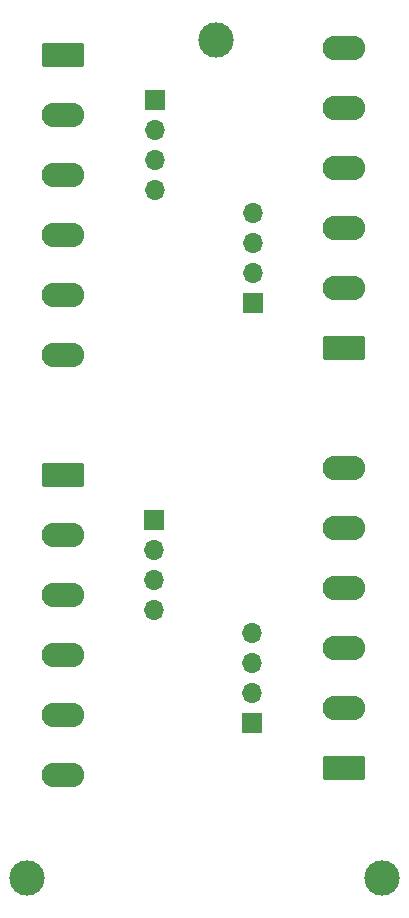
<source format=gbs>
G04 #@! TF.GenerationSoftware,KiCad,Pcbnew,(6.0.6)*
G04 #@! TF.CreationDate,2022-07-28T14:40:53+01:00*
G04 #@! TF.ProjectId,adapter-board,61646170-7465-4722-9d62-6f6172642e6b,rev?*
G04 #@! TF.SameCoordinates,Original*
G04 #@! TF.FileFunction,Soldermask,Bot*
G04 #@! TF.FilePolarity,Negative*
%FSLAX46Y46*%
G04 Gerber Fmt 4.6, Leading zero omitted, Abs format (unit mm)*
G04 Created by KiCad (PCBNEW (6.0.6)) date 2022-07-28 14:40:53*
%MOMM*%
%LPD*%
G01*
G04 APERTURE LIST*
G04 Aperture macros list*
%AMRoundRect*
0 Rectangle with rounded corners*
0 $1 Rounding radius*
0 $2 $3 $4 $5 $6 $7 $8 $9 X,Y pos of 4 corners*
0 Add a 4 corners polygon primitive as box body*
4,1,4,$2,$3,$4,$5,$6,$7,$8,$9,$2,$3,0*
0 Add four circle primitives for the rounded corners*
1,1,$1+$1,$2,$3*
1,1,$1+$1,$4,$5*
1,1,$1+$1,$6,$7*
1,1,$1+$1,$8,$9*
0 Add four rect primitives between the rounded corners*
20,1,$1+$1,$2,$3,$4,$5,0*
20,1,$1+$1,$4,$5,$6,$7,0*
20,1,$1+$1,$6,$7,$8,$9,0*
20,1,$1+$1,$8,$9,$2,$3,0*%
G04 Aperture macros list end*
%ADD10C,3.000000*%
%ADD11R,1.700000X1.700000*%
%ADD12O,1.700000X1.700000*%
%ADD13RoundRect,0.249999X1.550001X-0.790001X1.550001X0.790001X-1.550001X0.790001X-1.550001X-0.790001X0*%
%ADD14O,3.600000X2.080000*%
%ADD15RoundRect,0.249999X-1.550001X0.790001X-1.550001X-0.790001X1.550001X-0.790001X1.550001X0.790001X0*%
G04 APERTURE END LIST*
D10*
X120000000Y-137000000D03*
X150000000Y-137000000D03*
X136000000Y-66000000D03*
D11*
X138988800Y-123850400D03*
D12*
X138988800Y-121310400D03*
X138988800Y-118770400D03*
X138988800Y-116230400D03*
D11*
X130810000Y-71120000D03*
D12*
X130810000Y-73660000D03*
X130810000Y-76200000D03*
X130810000Y-78740000D03*
D13*
X146812000Y-127660400D03*
D14*
X146812000Y-122580400D03*
X146812000Y-117500400D03*
X146812000Y-112420400D03*
X146812000Y-107340400D03*
X146812000Y-102260400D03*
D11*
X130697200Y-106680000D03*
D12*
X130697200Y-109220000D03*
X130697200Y-111760000D03*
X130697200Y-114300000D03*
D11*
X139065000Y-88265000D03*
D12*
X139065000Y-85725000D03*
X139065000Y-83185000D03*
X139065000Y-80645000D03*
D15*
X123012200Y-102870000D03*
D14*
X123012200Y-107950000D03*
X123012200Y-113030000D03*
X123012200Y-118110000D03*
X123012200Y-123190000D03*
X123012200Y-128270000D03*
D13*
X146812000Y-92075000D03*
D14*
X146812000Y-86995000D03*
X146812000Y-81915000D03*
X146812000Y-76835000D03*
X146812000Y-71755000D03*
X146812000Y-66675000D03*
X123037600Y-92710000D03*
X123037600Y-87630000D03*
X123037600Y-82550000D03*
X123037600Y-77470000D03*
X123037600Y-72390000D03*
D15*
X123037600Y-67310000D03*
M02*

</source>
